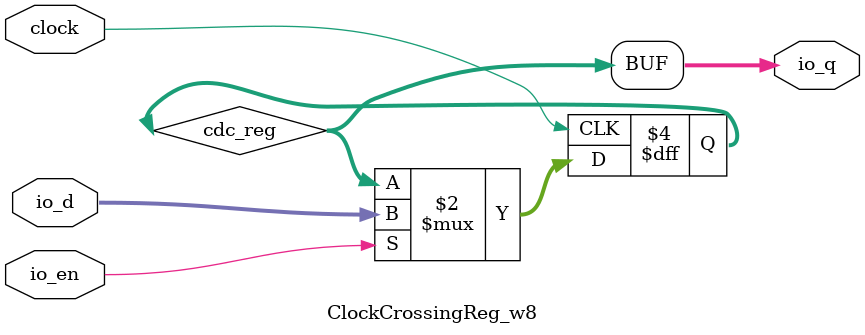
<source format=sv>
`ifndef RANDOMIZE
  `ifdef RANDOMIZE_REG_INIT
    `define RANDOMIZE
  `endif // RANDOMIZE_REG_INIT
`endif // not def RANDOMIZE
`ifndef RANDOMIZE
  `ifdef RANDOMIZE_MEM_INIT
    `define RANDOMIZE
  `endif // RANDOMIZE_MEM_INIT
`endif // not def RANDOMIZE

`ifndef RANDOM
  `define RANDOM $random
`endif // not def RANDOM

// Users can define 'PRINTF_COND' to add an extra gate to prints.
`ifndef PRINTF_COND_
  `ifdef PRINTF_COND
    `define PRINTF_COND_ (`PRINTF_COND)
  `else  // PRINTF_COND
    `define PRINTF_COND_ 1
  `endif // PRINTF_COND
`endif // not def PRINTF_COND_

// Users can define 'ASSERT_VERBOSE_COND' to add an extra gate to assert error printing.
`ifndef ASSERT_VERBOSE_COND_
  `ifdef ASSERT_VERBOSE_COND
    `define ASSERT_VERBOSE_COND_ (`ASSERT_VERBOSE_COND)
  `else  // ASSERT_VERBOSE_COND
    `define ASSERT_VERBOSE_COND_ 1
  `endif // ASSERT_VERBOSE_COND
`endif // not def ASSERT_VERBOSE_COND_

// Users can define 'STOP_COND' to add an extra gate to stop conditions.
`ifndef STOP_COND_
  `ifdef STOP_COND
    `define STOP_COND_ (`STOP_COND)
  `else  // STOP_COND
    `define STOP_COND_ 1
  `endif // STOP_COND
`endif // not def STOP_COND_

// Users can define INIT_RANDOM as general code that gets injected into the
// initializer block for modules with registers.
`ifndef INIT_RANDOM
  `define INIT_RANDOM
`endif // not def INIT_RANDOM

// If using random initialization, you can also define RANDOMIZE_DELAY to
// customize the delay used, otherwise 0.002 is used.
`ifndef RANDOMIZE_DELAY
  `define RANDOMIZE_DELAY 0.002
`endif // not def RANDOMIZE_DELAY

// Define INIT_RANDOM_PROLOG_ for use in our modules below.
`ifndef INIT_RANDOM_PROLOG_
  `ifdef RANDOMIZE
    `ifdef VERILATOR
      `define INIT_RANDOM_PROLOG_ `INIT_RANDOM
    `else  // VERILATOR
      `define INIT_RANDOM_PROLOG_ `INIT_RANDOM #`RANDOMIZE_DELAY begin end
    `endif // VERILATOR
  `else  // RANDOMIZE
    `define INIT_RANDOM_PROLOG_
  `endif // RANDOMIZE
`endif // not def INIT_RANDOM_PROLOG_

module ClockCrossingReg_w8(
  input        clock,
  input  [7:0] io_d,
  input        io_en,
  output [7:0] io_q
);

  reg [7:0] cdc_reg;	// @[Reg.scala:19:16]
  always @(posedge clock) begin
    if (io_en)
      cdc_reg <= io_d;	// @[Reg.scala:19:16]
  end // always @(posedge)
  `ifndef SYNTHESIS
    `ifdef FIRRTL_BEFORE_INITIAL
      `FIRRTL_BEFORE_INITIAL
    `endif // FIRRTL_BEFORE_INITIAL
    logic [31:0] _RANDOM_0;
    initial begin
      `ifdef INIT_RANDOM_PROLOG_
        `INIT_RANDOM_PROLOG_
      `endif // INIT_RANDOM_PROLOG_
      `ifdef RANDOMIZE_REG_INIT
        _RANDOM_0 = `RANDOM;
        cdc_reg = _RANDOM_0[7:0];	// @[Reg.scala:19:16]
      `endif // RANDOMIZE_REG_INIT
    end // initial
    `ifdef FIRRTL_AFTER_INITIAL
      `FIRRTL_AFTER_INITIAL
    `endif // FIRRTL_AFTER_INITIAL
  `endif // not def SYNTHESIS
  assign io_q = cdc_reg;	// @[Reg.scala:19:16]
endmodule


</source>
